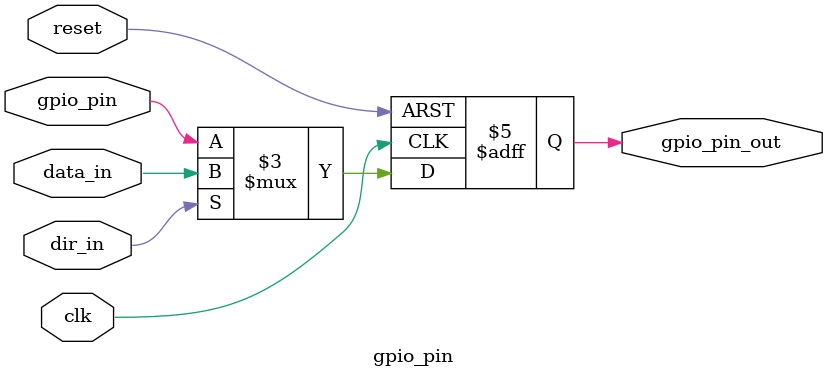
<source format=v>
module gpio_pin (
    input wire clk,
    input wire reset,
    input wire data_in,
    input wire dir_in,
    input wire gpio_pin,
    output reg gpio_pin_out
);

    always @(posedge clk or posedge reset) begin
        if (reset) begin
            gpio_pin_out <= 1'b0;
        end else begin
            if (dir_in) begin
                // Pin configurado como salida
                gpio_pin_out <= data_in;
            end else begin
                // Pin configurado como entrada
                gpio_pin_out <= gpio_pin;
            end
        end
    end

endmodule

</source>
